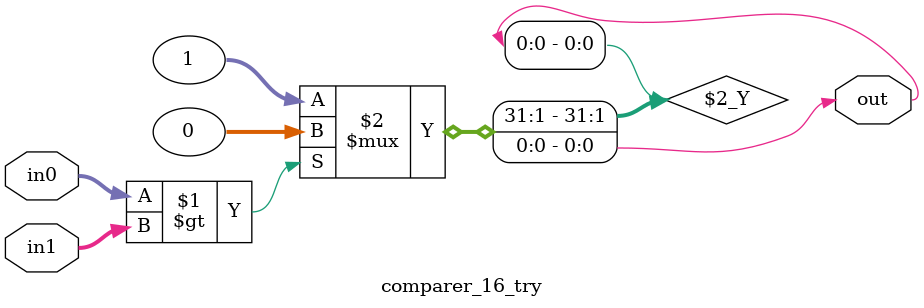
<source format=v>


// To run a specified shell command before Verilator is run on this module:
// cpp_verilator_pre_command:

// -> Note that the above statements must be preceeded with '//' as shown

module comparer_16_try(in0, in1, out);


input [15:0] in0;
input [15:0] in1;
output out;

assign out = in0>in1	?0 : 1;

endmodule

</source>
